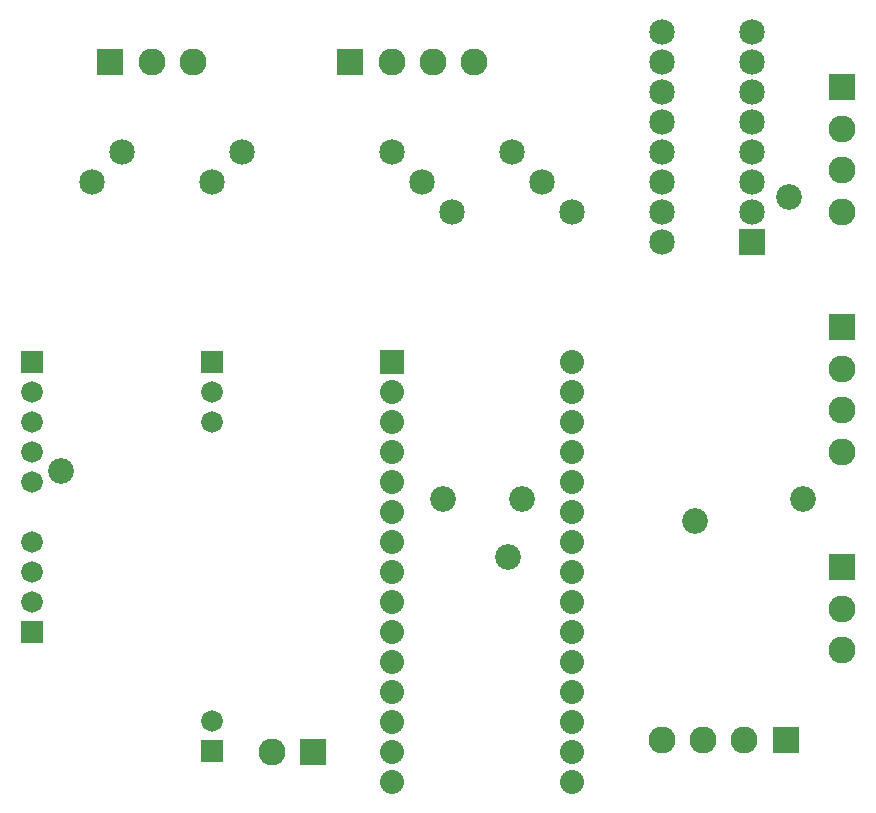
<source format=gbs>
G04 MADE WITH FRITZING*
G04 WWW.FRITZING.ORG*
G04 DOUBLE SIDED*
G04 HOLES PLATED*
G04 CONTOUR ON CENTER OF CONTOUR VECTOR*
%ASAXBY*%
%FSLAX23Y23*%
%MOIN*%
%OFA0B0*%
%SFA1.0B1.0*%
%ADD10C,0.080000*%
%ADD11C,0.090000*%
%ADD12C,0.085000*%
%ADD13C,0.072000*%
%ADD14C,0.085433*%
%ADD15R,0.079972X0.080000*%
%ADD16R,0.090000X0.090000*%
%ADD17R,0.085000X0.085000*%
%ADD18R,0.072000X0.071986*%
%LNMASK0*%
G90*
G70*
G54D10*
X1353Y1556D03*
X1353Y1456D03*
X1353Y1356D03*
X1353Y1256D03*
X1353Y1156D03*
X1353Y1056D03*
X1353Y956D03*
X1353Y856D03*
X1353Y756D03*
X1353Y656D03*
X1353Y556D03*
X1353Y456D03*
X1353Y356D03*
X1353Y256D03*
X1353Y156D03*
X1953Y1556D03*
X1953Y1456D03*
X1953Y1356D03*
X1953Y1256D03*
X1953Y1156D03*
X1953Y1056D03*
X1953Y956D03*
X1953Y856D03*
X1953Y756D03*
X1953Y656D03*
X1953Y556D03*
X1953Y456D03*
X1953Y356D03*
X1953Y256D03*
X1953Y156D03*
G54D11*
X2853Y870D03*
X2853Y732D03*
X2853Y594D03*
G54D12*
X2553Y1956D03*
X2253Y1956D03*
X2553Y2056D03*
X2253Y2056D03*
X2553Y2156D03*
X2253Y2156D03*
X2553Y2256D03*
X2253Y2256D03*
X2553Y2356D03*
X2253Y2356D03*
X2553Y2456D03*
X2253Y2456D03*
X2553Y2556D03*
X2253Y2556D03*
X2553Y2656D03*
X2253Y2656D03*
G54D11*
X2853Y2470D03*
X2853Y2332D03*
X2853Y2194D03*
X2853Y2056D03*
G54D13*
X153Y956D03*
X153Y856D03*
X153Y756D03*
X153Y656D03*
X753Y1556D03*
X753Y1456D03*
X753Y1356D03*
X753Y357D03*
X753Y257D03*
X153Y1556D03*
X153Y1456D03*
X153Y1356D03*
X153Y1256D03*
X153Y1156D03*
G54D11*
X1091Y256D03*
X953Y256D03*
X2853Y1670D03*
X2853Y1532D03*
X2853Y1394D03*
X2853Y1256D03*
X2666Y294D03*
X2528Y294D03*
X2391Y294D03*
X2253Y294D03*
X1215Y2556D03*
X1353Y2556D03*
X1491Y2556D03*
X1628Y2556D03*
X415Y2556D03*
X553Y2556D03*
X691Y2556D03*
G54D12*
X353Y2156D03*
X753Y2156D03*
X453Y2256D03*
X853Y2256D03*
X1353Y2256D03*
X1753Y2256D03*
X1453Y2156D03*
X1853Y2156D03*
X1553Y2056D03*
X1953Y2056D03*
G54D14*
X1524Y1097D03*
X1788Y1097D03*
X1740Y905D03*
X2676Y2105D03*
X2724Y1097D03*
X2364Y1025D03*
X252Y1193D03*
G54D15*
X1353Y1556D03*
G54D16*
X2853Y870D03*
G54D17*
X2553Y1956D03*
G54D16*
X2853Y2470D03*
G54D18*
X153Y656D03*
X753Y1556D03*
X753Y257D03*
X153Y1556D03*
G54D16*
X1091Y256D03*
X2853Y1670D03*
X2666Y294D03*
X1215Y2556D03*
X415Y2556D03*
G04 End of Mask0*
M02*
</source>
